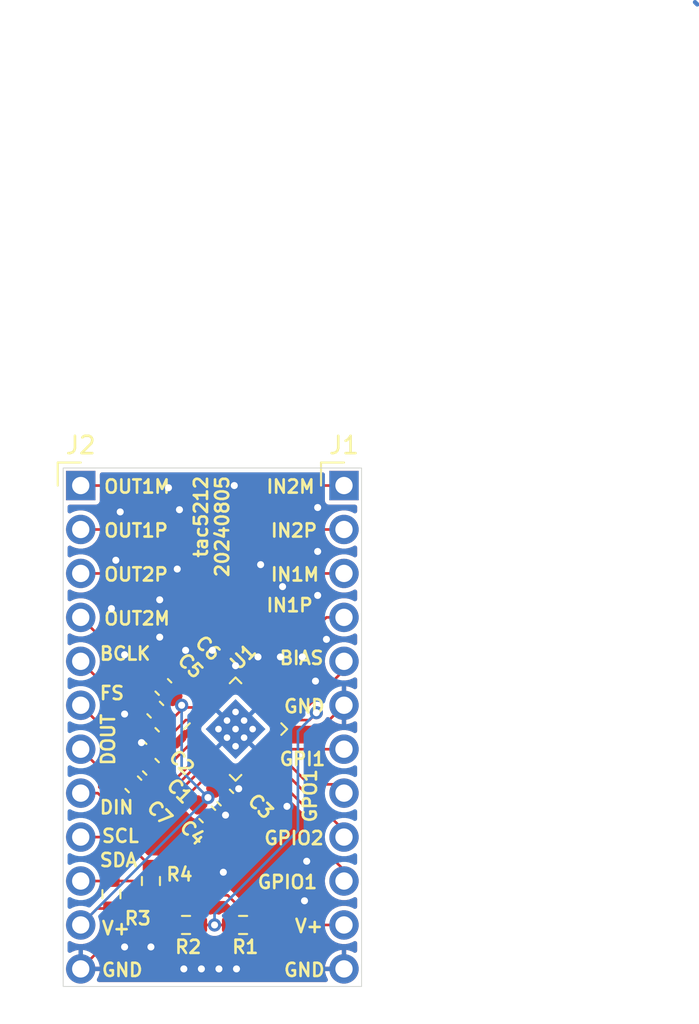
<source format=kicad_pcb>
(kicad_pcb (version 20240108) (generator "pcbnew") (generator_version "8.0")
  (title_block (title "noise"))
  (layers (0 "F.Cu" signal "Top") (31 "B.Cu" signal "Bottom") (34 "B.Paste" user) (35 "F.Paste" user) (36 "B.SilkS" user "B.Silkscreen") (37 "F.SilkS" user "F.Silkscreen") (38 "B.Mask" user) (39 "F.Mask" user) (44 "Edge.Cuts" user))
  (net 0 "")
  (net 1 "GND")
  (net 2 "BAT+")
  (net 3 "/IN1M")
  (net 4 "/IN2P")
  (net 5 "/GPIO1")
  (net 6 "/IN2M")
  (net 7 "/MICBIAS")
  (net 8 "/GPI1")
  (net 9 "/GPO1")
  (net 10 "/IN1P")
  (net 11 "/BCLK")
  (net 12 "/OUT1P")
  (net 13 "/SCL")
  (net 14 "/FSYNC")
  (net 15 "/OUT1M")
  (net 16 "/DIN")
  (net 17 "/OUT2P")
  (net 18 "/OUT2M")
  (net 19 "/DOUT")
  (net 20 "/SDA")
  (net 21 "Net-(U1-DREG)")
  (net 22 "Net-(U1-VREF)")
  (net 23 "/GPIO2")
  (net 24 "Net-(U1-ADDR)")
  (footprint "Capacitor_SMD:C_0603_1608Metric" (layer "F.Cu") (at 88.138 94.234 135)
    (property "Reference" "C5" (at 0.35921 3.232892 -45) (layer "F.SilkS") (effects (font (size 0.762 0.762) (thickness 0.1524) (bold yes))))
    (property "Value" "10uF")
    (fp_line (start -0.140581 -0.51) (end 0.140581 -0.51) (stroke (width 0.12)) (layer "F.SilkS"))
    (fp_line (start -0.140581 0.51) (end 0.140581 0.51) (stroke (width 0.12)) (layer "F.SilkS"))
    (pad "1" smd roundrect (at -0.775 0 135) (size 0.9 0.95) (layers "F.Cu" "F.Paste" "F.Mask") (net 2 "BAT+"))
    (pad "2" smd roundrect (at 0.775 0 135) (size 0.9 0.95) (layers "F.Cu" "F.Paste" "F.Mask") (net 1 "GND"))
  )
  (footprint "Connector_PinHeader_2.54mm:PinHeader_1x12_P2.54mm_Vertical" (layer "F.Cu") (at 99.06 81.28)
    (property "Reference" "J1" (at 0 -2.33 0) (layer "F.SilkS"))
    (property "Value" "Conn_01x12")
    (fp_line (start -1.33 -1.33) (end 0 -1.33) (stroke (width 0.12)) (layer "F.SilkS"))
    (fp_line (start -1.33 0) (end -1.33 -1.33) (stroke (width 0.12)) (layer "F.SilkS"))
    (pad "1" thru_hole rect (at 0 0) (size 1.7 1.7) (drill 1) (layers "*.Cu" "*.Mask") (net 6 "/IN2M"))
    (pad "2" thru_hole oval (at 0 2.54) (size 1.7 1.7) (drill 1) (layers "*.Cu" "*.Mask") (net 4 "/IN2P"))
    (pad "3" thru_hole oval (at 0 5.08) (size 1.7 1.7) (drill 1) (layers "*.Cu" "*.Mask") (net 3 "/IN1M"))
    (pad "4" thru_hole oval (at 0 7.62) (size 1.7 1.7) (drill 1) (layers "*.Cu" "*.Mask") (net 10 "/IN1P"))
    (pad "5" thru_hole oval (at 0 10.16) (size 1.7 1.7) (drill 1) (layers "*.Cu" "*.Mask") (net 7 "/MICBIAS"))
    (pad "6" thru_hole oval (at 0 12.7) (size 1.7 1.7) (drill 1) (layers "*.Cu" "*.Mask") (net 1 "GND"))
    (pad "7" thru_hole oval (at 0 15.24) (size 1.7 1.7) (drill 1) (layers "*.Cu" "*.Mask") (net 8 "/GPI1"))
    (pad "8" thru_hole oval (at 0 17.78) (size 1.7 1.7) (drill 1) (layers "*.Cu" "*.Mask") (net 9 "/GPO1"))
    (pad "9" thru_hole oval (at 0 20.32) (size 1.7 1.7) (drill 1) (layers "*.Cu" "*.Mask") (net 23 "/GPIO2"))
    (pad "10" thru_hole oval (at 0 22.86) (size 1.7 1.7) (drill 1) (layers "*.Cu" "*.Mask") (net 5 "/GPIO1"))
    (pad "11" thru_hole oval (at 0 25.4) (size 1.7 1.7) (drill 1) (layers "*.Cu" "*.Mask") (net 2 "BAT+"))
    (pad "12" thru_hole oval (at 0 27.94) (size 1.7 1.7) (drill 1) (layers "*.Cu" "*.Mask") (net 1 "GND"))
  )
  (footprint "Resistor_SMD:R_0603_1608Metric" (layer "F.Cu") (at 87.884 104.14 -90)
    (property "Reference" "R4" (at -0.381 -1.651 180) (layer "F.SilkS") (effects (font (size 0.762 0.762) (thickness 0.1524) (bold yes))))
    (property "Value" "R_US")
    (fp_line (start -0.237258 0.5225) (end 0.237258 0.5225) (stroke (width 0.12)) (layer "F.SilkS"))
    (fp_line (start -0.237258 -0.5225) (end 0.237258 -0.5225) (stroke (width 0.12)) (layer "F.SilkS"))
    (pad "1" smd roundrect (at -0.825 0 270) (size 0.8 0.95) (layers "F.Cu" "F.Paste" "F.Mask") (net 13 "/SCL"))
    (pad "2" smd roundrect (at 0.825 0 270) (size 0.8 0.95) (layers "F.Cu" "F.Paste" "F.Mask") (net 2 "BAT+"))
  )
  (footprint "Capacitor_SMD:C_0603_1608Metric" (layer "F.Cu") (at 88.605992 92.923992 135)
    (property "Reference" "C6" (at -0.236185 3.412497 -45) (layer "F.SilkS") (effects (font (size 0.762 0.762) (thickness 0.1524) (bold yes))))
    (property "Value" "0.1uF")
    (fp_line (start -0.140581 -0.51) (end 0.140581 -0.51) (stroke (width 0.12)) (layer "F.SilkS"))
    (fp_line (start -0.140581 0.51) (end 0.140581 0.51) (stroke (width 0.12)) (layer "F.SilkS"))
    (pad "1" smd roundrect (at -0.775 0 135) (size 0.9 0.95) (layers "F.Cu" "F.Paste" "F.Mask") (net 2 "BAT+"))
    (pad "2" smd roundrect (at 0.775 0 135) (size 0.9 0.95) (layers "F.Cu" "F.Paste" "F.Mask") (net 1 "GND"))
  )
  (footprint "Capacitor_SMD:C_0603_1608Metric" (layer "F.Cu") (at 86.868 98.552 -45)
    (property "Reference" "C7" (at 2.245064 0.089803 135) (layer "F.SilkS") (effects (font (size 0.762 0.762) (thickness 0.1524) (bold yes))))
    (property "Value" "0.1uF")
    (fp_line (start -0.140581 0.51) (end 0.140581 0.51) (stroke (width 0.12)) (layer "F.SilkS"))
    (fp_line (start -0.140581 -0.51) (end 0.140581 -0.51) (stroke (width 0.12)) (layer "F.SilkS"))
    (pad "1" smd roundrect (at -0.775 0 315) (size 0.9 0.95) (layers "F.Cu" "F.Paste" "F.Mask") (net 1 "GND"))
    (pad "2" smd roundrect (at 0.775 0 315) (size 0.9 0.95) (layers "F.Cu" "F.Paste" "F.Mask") (net 21 "Net-(U1-DREG)"))
  )
  (footprint "Capacitor_SMD:C_0603_1608Metric" (layer "F.Cu") (at 92.189 99.314 -45)
    (property "Reference" "C3" (at 1.805244 -1.086823 135) (layer "F.SilkS") (effects (font (size 0.762 0.762) (thickness 0.1524) (bold yes))))
    (property "Value" "10uF")
    (fp_line (start -0.140581 0.51) (end 0.140581 0.51) (stroke (width 0.12)) (layer "F.SilkS"))
    (fp_line (start -0.140581 -0.51) (end 0.140581 -0.51) (stroke (width 0.12)) (layer "F.SilkS"))
    (pad "1" smd roundrect (at -0.775 0 315) (size 0.9 0.95) (layers "F.Cu" "F.Paste" "F.Mask") (net 2 "BAT+"))
    (pad "2" smd roundrect (at 0.775 0 315) (size 0.9 0.95) (layers "F.Cu" "F.Paste" "F.Mask") (net 1 "GND"))
  )
  (footprint "Resistor_SMD:R_0603_1608Metric" (layer "F.Cu") (at 85.598 104.902 -90)
    (property "Reference" "R3" (at 1.397 -1.524 180) (layer "F.SilkS") (effects (font (size 0.762 0.762) (thickness 0.1524) (bold yes))))
    (property "Value" "R_US")
    (fp_line (start -0.237258 0.5225) (end 0.237258 0.5225) (stroke (width 0.12)) (layer "F.SilkS"))
    (fp_line (start -0.237258 -0.5225) (end 0.237258 -0.5225) (stroke (width 0.12)) (layer "F.SilkS"))
    (pad "1" smd roundrect (at -0.825 0 270) (size 0.8 0.95) (layers "F.Cu" "F.Paste" "F.Mask") (net 20 "/SDA"))
    (pad "2" smd roundrect (at 0.825 0 270) (size 0.8 0.95) (layers "F.Cu" "F.Paste" "F.Mask") (net 2 "BAT+"))
  )
  (footprint "Capacitor_SMD:C_0603_1608Metric" (layer "F.Cu") (at 91.145992 100.289992 -45)
    (property "Reference" "C4" (at 0.146382 1.347038 135) (layer "F.SilkS") (effects (font (size 0.762 0.762) (thickness 0.1524) (bold yes))))
    (property "Value" "0.1uF")
    (fp_line (start -0.140581 0.51) (end 0.140581 0.51) (stroke (width 0.12)) (layer "F.SilkS"))
    (fp_line (start -0.140581 -0.51) (end 0.140581 -0.51) (stroke (width 0.12)) (layer "F.SilkS"))
    (pad "1" smd roundrect (at -0.775 0 315) (size 0.9 0.95) (layers "F.Cu" "F.Paste" "F.Mask") (net 2 "BAT+"))
    (pad "2" smd roundrect (at 0.775 0 315) (size 0.9 0.95) (layers "F.Cu" "F.Paste" "F.Mask") (net 1 "GND"))
  )
  (footprint "Resistor_SMD:R_0603_1608Metric" (layer "F.Cu") (at 93.218 106.68)
    (property "Reference" "R1" (at 0.127 1.27 0) (layer "F.SilkS") (effects (font (size 0.762 0.762) (thickness 0.1524) (bold yes))))
    (property "Value" "R_US")
    (fp_line (start -0.237258 -0.5225) (end 0.237258 -0.5225) (stroke (width 0.12)) (layer "F.SilkS"))
    (fp_line (start -0.237258 0.5225) (end 0.237258 0.5225) (stroke (width 0.12)) (layer "F.SilkS"))
    (pad "1" smd roundrect (at -0.825 0) (size 0.8 0.95) (layers "F.Cu" "F.Paste" "F.Mask") (net 24 "Net-(U1-ADDR)"))
    (pad "2" smd roundrect (at 0.825 0) (size 0.8 0.95) (layers "F.Cu" "F.Paste" "F.Mask") (net 2 "BAT+"))
  )
  (footprint "...timc:VQFN-24-1EP_4x4mm_P0.5mm_EP2.45x2.45mm_ThermalVias" (layer "F.Cu") (at 92.782571 95.357553 45)
    (property "Reference" "U1" (at 3.257628 -2.641839 45) (layer "F.SilkS") (effects (font (size 0.762 0.762) (thickness 0.1524) (bold yes))))
    (property "Value" "TAC5212")
    (fp_line (start -1.635 -2.11) (end -2.11 -2.11) (stroke (width 0.12)) (layer "F.SilkS"))
    (fp_line (start 1.635 -2.11) (end 2.11 -2.11) (stroke (width 0.12)) (layer "F.SilkS"))
    (fp_line (start 2.11 -2.11) (end 2.11 -1.635) (stroke (width 0.12)) (layer "F.SilkS"))
    (fp_line (start -2.11 2.11) (end -2.11 1.635) (stroke (width 0.12)) (layer "F.SilkS"))
    (fp_line (start -1.635 2.11) (end -2.11 2.11) (stroke (width 0.12)) (layer "F.SilkS"))
    (fp_line (start 1.635 2.11) (end 2.11 2.11) (stroke (width 0.12)) (layer "F.SilkS"))
    (fp_line (start 2.11 2.11) (end 2.11 1.635) (stroke (width 0.12)) (layer "F.SilkS"))
    (pad "1" smd roundrect (at -1.9875 -1.25 45) (size 0.775 0.25) (layers "F.Cu" "F.Paste" "F.Mask") (net 21 "Net-(U1-DREG)"))
    (pad "2" smd roundrect (at -1.9875 -0.75 45) (size 0.775 0.25) (layers "F.Cu" "F.Paste" "F.Mask") (net 11 "/BCLK"))
    (pad "3" smd roundrect (at -1.9875 -0.25 45) (size 0.775 0.25) (layers "F.Cu" "F.Paste" "F.Mask") (net 14 "/FSYNC"))
    (pad "4" smd roundrect (at -1.9875 0.25 45) (size 0.775 0.25) (layers "F.Cu" "F.Paste" "F.Mask") (net 19 "/DOUT"))
    (pad "5" smd roundrect (at -1.9875 0.75 45) (size 0.775 0.25) (layers "F.Cu" "F.Paste" "F.Mask") (net 16 "/DIN"))
    (pad "6" smd roundrect (at -1.9875 1.25 45) (size 0.775 0.25) (layers "F.Cu" "F.Paste" "F.Mask") (net 2 "BAT+"))
    (pad "7" smd roundrect (at -1.25 1.9875 45) (size 0.25 0.775) (layers "F.Cu" "F.Paste" "F.Mask") (net 13 "/SCL"))
    (pad "8" smd roundrect (at -0.75 1.9875 45) (size 0.25 0.775) (layers "F.Cu" "F.Paste" "F.Mask") (net 20 "/SDA"))
    (pad "9" smd roundrect (at -0.25 1.9875 45) (size 0.25 0.775) (layers "F.Cu" "F.Paste" "F.Mask") (net 5 "/GPIO1"))
    (pad "10" smd roundrect (at 0.25 1.9875 45) (size 0.25 0.775) (layers "F.Cu" "F.Paste" "F.Mask") (net 23 "/GPIO2"))
    (pad "11" smd roundrect (at 0.75 1.9875 45) (size 0.25 0.775) (layers "F.Cu" "F.Paste" "F.Mask") (net 9 "/GPO1"))
    (pad "12" smd roundrect (at 1.25 1.9875 45) (size 0.25 0.775) (layers "F.Cu" "F.Paste" "F.Mask") (net 8 "/GPI1"))
    (pad "13" smd roundrect (at 1.9875 1.25 45) (size 0.775 0.25) (layers "F.Cu" "F.Paste" "F.Mask") (net 24 "Net-(U1-ADDR)"))
    (pad "14" smd roundrect (at 1.9875 0.75 45) (size 0.775 0.25) (layers "F.Cu" "F.Paste" "F.Mask") (net 7 "/MICBIAS"))
    (pad "15" smd roundrect (at 1.9875 0.25 45) (size 0.775 0.25) (layers "F.Cu" "F.Paste" "F.Mask") (net 10 "/IN1P"))
    (pad "16" smd roundrect (at 1.9875 -0.25 45) (size 0.775 0.25) (layers "F.Cu" "F.Paste" "F.Mask") (net 3 "/IN1M"))
    (pad "17" smd roundrect (at 1.9875 -0.75 45) (size 0.775 0.25) (layers "F.Cu" "F.Paste" "F.Mask") (net 4 "/IN2P"))
    (pad "18" smd roundrect (at 1.9875 -1.25 45) (size 0.775 0.25) (layers "F.Cu" "F.Paste" "F.Mask") (net 6 "/IN2M"))
    (pad "19" smd roundrect (at 1.25 -1.9875 45) (size 0.25 0.775) (layers "F.Cu" "F.Paste" "F.Mask") (net 15 "/OUT1M"))
    (pad "20" smd roundrect (at 0.75 -1.9875 45) (size 0.25 0.775) (layers "F.Cu" "F.Paste" "F.Mask") (net 12 "/OUT1P"))
    (pad "21" smd roundrect (at 0.25 -1.9875 45) (size 0.25 0.775) (layers "F.Cu" "F.Paste" "F.Mask") (net 17 "/OUT2P"))
    (pad "22" smd roundrect (at -0.25 -1.9875 45) (size 0.25 0.775) (layers "F.Cu" "F.Paste" "F.Mask") (net 18 "/OUT2M"))
    (pad "23" smd roundrect (at -0.75 -1.9875 45) (size 0.25 0.775) (layers "F.Cu" "F.Paste" "F.Mask") (net 2 "BAT+"))
    (pad "24" smd roundrect (at -1.25 -1.9875 45) (size 0.25 0.775) (layers "F.Cu" "F.Paste" "F.Mask") (net 22 "Net-(U1-VREF)"))
    (pad "25" thru_hole circle (at -0.7 -0.7 45) (size 0.762 0.762) (drill 0.381) (layers "*.Cu") (net 1 "GND"))
    (pad "25" thru_hole circle (at -0.7 0 45) (size 0.762 0.762) (drill 0.381) (layers "*.Cu") (net 1 "GND"))
    (pad "25" thru_hole circle (at -0.7 0.7 45) (size 0.762 0.762) (drill 0.381) (layers "*.Cu") (net 1 "GND"))
    (pad "25" thru_hole circle (at 0 -0.7 45) (size 0.762 0.762) (drill 0.381) (layers "*.Cu") (net 1 "GND"))
    (pad "25" thru_hole circle (at 0 0 45) (size 0.762 0.762) (drill 0.381) (layers "*.Cu") (net 1 "GND"))
    (pad "25" smd rect (at 0 0 45) (size 2.1 2.1) (layers "F.Cu" "F.Mask") (net 1 "GND"))
    (pad "25" smd rect (at 0 0 45) (size 2.45 2.45) (layers "B.Cu") (net 1 "GND"))
    (pad "25" thru_hole circle (at 0 0.7 45) (size 0.762 0.762) (drill 0.381) (layers "*.Cu") (net 1 "GND"))
    (pad "25" thru_hole circle (at 0.7 -0.7 45) (size 0.762 0.762) (drill 0.381) (layers "*.Cu") (net 1 "GND"))
    (pad "25" thru_hole circle (at 0.7 0 45) (size 0.762 0.762) (drill 0.381) (layers "*.Cu") (net 1 "GND"))
    (pad "25" thru_hole circle (at 0.7 0.7 45) (size 0.762 0.762) (drill 0.381) (layers "*.Cu") (net 1 "GND"))
    (pad "A1" smd roundrect (at -1.72 -1.72 45) (size 0.25 0.25) (layers "F.Cu" "F.Paste" "F.Mask") (net 1 "GND"))
    (pad "A2" smd roundrect (at -1.72 1.72 45) (size 0.25 0.25) (layers "F.Cu" "F.Paste" "F.Mask") (net 1 "GND"))
    (pad "A3" smd roundrect (at 1.72 1.72 45) (size 0.25 0.25) (layers "F.Cu" "F.Paste" "F.Mask") (net 1 "GND"))
    (pad "A4" smd roundrect (at 1.72 -1.72 45) (size 0.25 0.25) (layers "F.Cu" "F.Paste" "F.Mask") (net 1 "GND"))
  )
  (footprint "Resistor_SMD:R_0603_1608Metric" (layer "F.Cu") (at 89.916 106.68)
    (property "Reference" "R2" (at 0.127 1.27 0) (layer "F.SilkS") (effects (font (size 0.762 0.762) (thickness 0.1524) (bold yes))))
    (property "Value" "R_US")
    (fp_line (start -0.237258 -0.5225) (end 0.237258 -0.5225) (stroke (width 0.12)) (layer "F.SilkS"))
    (fp_line (start -0.237258 0.5225) (end 0.237258 0.5225) (stroke (width 0.12)) (layer "F.SilkS"))
    (pad "1" smd roundrect (at -0.825 0) (size 0.8 0.95) (layers "F.Cu" "F.Paste" "F.Mask") (net 1 "GND"))
    (pad "2" smd roundrect (at 0.825 0) (size 0.8 0.95) (layers "F.Cu" "F.Paste" "F.Mask") (net 24 "Net-(U1-ADDR)"))
  )
  (footprint "Capacitor_SMD:C_0603_1608Metric" (layer "F.Cu") (at 87.884 97.536 -45)
    (property "Reference" "C1" (at 2.155261 -0.179605 135) (layer "F.SilkS") (effects (font (size 0.762 0.762) (thickness 0.1524) (bold yes))))
    (property "Value" "10uF")
    (fp_line (start -0.140581 0.51) (end 0.140581 0.51) (stroke (width 0.12)) (layer "F.SilkS"))
    (fp_line (start -0.140581 -0.51) (end 0.140581 -0.51) (stroke (width 0.12)) (layer "F.SilkS"))
    (pad "1" smd roundrect (at -0.775 0 315) (size 0.9 0.95) (layers "F.Cu" "F.Paste" "F.Mask") (net 1 "GND"))
    (pad "2" smd roundrect (at 0.775 0 315) (size 0.9 0.95) (layers "F.Cu" "F.Paste" "F.Mask") (net 21 "Net-(U1-DREG)"))
  )
  (footprint "Connector_PinHeader_2.54mm:PinHeader_1x12_P2.54mm_Vertical" (layer "F.Cu") (at 83.82 81.28)
    (property "Reference" "J2" (at 0 -2.33 0) (layer "F.SilkS"))
    (property "Value" "Conn_01x12")
    (fp_line (start -1.33 -1.33) (end 0 -1.33) (stroke (width 0.12)) (layer "F.SilkS"))
    (fp_line (start -1.33 0) (end -1.33 -1.33) (stroke (width 0.12)) (layer "F.SilkS"))
    (pad "1" thru_hole rect (at 0 0) (size 1.7 1.7) (drill 1) (layers "*.Cu" "*.Mask") (net 15 "/OUT1M"))
    (pad "2" thru_hole oval (at 0 2.54) (size 1.7 1.7) (drill 1) (layers "*.Cu" "*.Mask") (net 12 "/OUT1P"))
    (pad "3" thru_hole oval (at 0 5.08) (size 1.7 1.7) (drill 1) (layers "*.Cu" "*.Mask") (net 17 "/OUT2P"))
    (pad "4" thru_hole oval (at 0 7.62) (size 1.7 1.7) (drill 1) (layers "*.Cu" "*.Mask") (net 18 "/OUT2M"))
    (pad "5" thru_hole oval (at 0 10.16) (size 1.7 1.7) (drill 1) (layers "*.Cu" "*.Mask") (net 11 "/BCLK"))
    (pad "6" thru_hole oval (at 0 12.7) (size 1.7 1.7) (drill 1) (layers "*.Cu" "*.Mask") (net 14 "/FSYNC"))
    (pad "7" thru_hole oval (at 0 15.24) (size 1.7 1.7) (drill 1) (layers "*.Cu" "*.Mask") (net 19 "/DOUT"))
    (pad "8" thru_hole oval (at 0 17.78) (size 1.7 1.7) (drill 1) (layers "*.Cu" "*.Mask") (net 16 "/DIN"))
    (pad "9" thru_hole oval (at 0 20.32) (size 1.7 1.7) (drill 1) (layers "*.Cu" "*.Mask") (net 13 "/SCL"))
    (pad "10" thru_hole oval (at 0 22.86) (size 1.7 1.7) (drill 1) (layers "*.Cu" "*.Mask") (net 20 "/SDA"))
    (pad "11" thru_hole oval (at 0 25.4) (size 1.7 1.7) (drill 1) (layers "*.Cu" "*.Mask") (net 2 "BAT+"))
    (pad "12" thru_hole oval (at 0 27.94) (size 1.7 1.7) (drill 1) (layers "*.Cu" "*.Mask") (net 1 "GND"))
  )
  (footprint "Capacitor_SMD:C_0603_1608Metric" (layer "F.Cu") (at 87.884 95.758 -45)
    (property "Reference" "C2" (at 2.334867 -0.179605 135) (layer "F.SilkS") (effects (font (size 0.762 0.762) (thickness 0.1524) (bold yes))))
    (property "Value" "1uF")
    (fp_line (start -0.140581 0.51) (end 0.140581 0.51) (stroke (width 0.12)) (layer "F.SilkS"))
    (fp_line (start -0.140581 -0.51) (end 0.140581 -0.51) (stroke (width 0.12)) (layer "F.SilkS"))
    (pad "1" smd roundrect (at -0.775 0 315) (size 0.9 0.95) (layers "F.Cu" "F.Paste" "F.Mask") (net 1 "GND"))
    (pad "2" smd roundrect (at 0.775 0 315) (size 0.9 0.95) (layers "F.Cu" "F.Paste" "F.Mask") (net 22 "Net-(U1-VREF)"))
  )
  (gr_rect (start 82.804 80.264) (end 100.076 110.236) (stroke (width 0.05)) (fill none) (layer "Edge.Cuts"))
  (gr_text "GPIO2" (at 94.361 102.108 0) (layer "F.SilkS") (effects (font (size 0.762 0.762) (thickness 0.1524) (bold yes)) (justify left bottom)))
  (gr_text "GND" (at 95.504 94.488 0) (layer "F.SilkS") (effects (font (size 0.762 0.762) (thickness 0.1524) (bold yes)) (justify left bottom)))
  (gr_text "OUT1P" (at 85.09 84.328 0) (layer "F.SilkS") (effects (font (size 0.762 0.762) (thickness 0.1524) (bold yes)) (justify left bottom)))
  (gr_text "DOUT" (at 85.852 97.536 90) (layer "F.SilkS") (effects (font (size 0.762 0.762) (thickness 0.1524) (bold yes)) (justify left bottom)))
  (gr_text "GND" (at 84.963 109.728 0) (layer "F.SilkS") (effects (font (size 0.762 0.762) (thickness 0.1524) (bold yes)) (justify left bottom)))
  (gr_text "IN2P" (at 94.742 84.328 0) (layer "F.SilkS") (effects (font (size 0.762 0.762) (thickness 0.1524) (bold yes)) (justify left bottom)))
  (gr_text "V+" (at 96.139 107.188 0) (layer "F.SilkS") (effects (font (size 0.762 0.762) (thickness 0.1524) (bold yes)) (justify left bottom)))
  (gr_text "OUT1M" (at 85.09 81.788 0) (layer "F.SilkS") (effects (font (size 0.762 0.762) (thickness 0.1524) (bold yes)) (justify left bottom)))
  (gr_text "DIN" (at 84.836 100.33 0) (layer "F.SilkS") (effects (font (size 0.762 0.762) (thickness 0.1524) (bold yes)) (justify left bottom)))
  (gr_text "OUT2M" (at 85.09 89.408 0) (layer "F.SilkS") (effects (font (size 0.762 0.762) (thickness 0.1524) (bold yes)) (justify left bottom)))
  (gr_text "IN1M" (at 94.742 86.868 0) (layer "F.SilkS") (effects (font (size 0.762 0.762) (thickness 0.1524) (bold yes)) (justify left bottom)))
  (gr_text "GPI1" (at 95.25 97.536 0) (layer "F.SilkS") (effects (font (size 0.762 0.762) (thickness 0.1524) (bold yes)) (justify left bottom)))
  (gr_text "GPIO1" (at 93.98 104.648 0) (layer "F.SilkS") (effects (font (size 0.762 0.762) (thickness 0.1524) (bold yes)) (justify left bottom)))
  (gr_text "IN1P" (at 94.488 88.646 0) (layer "F.SilkS") (effects (font (size 0.762 0.762) (thickness 0.1524) (bold yes)) (justify left bottom)))
  (gr_text "SCL" (at 84.963 101.981 0) (layer "F.SilkS") (effects (font (size 0.762 0.762) (thickness 0.1524) (bold yes)) (justify left bottom)))
  (gr_text "FS" (at 84.836 93.726 0) (layer "F.SilkS") (effects (font (size 0.762 0.762) (thickness 0.1524) (bold yes)) (justify left bottom)))
  (gr_text "BIAS" (at 95.25 91.694 0) (layer "F.SilkS") (effects (font (size 0.762 0.762) (thickness 0.1524) (bold yes)) (justify left bottom)))
  (gr_text "BCLK" (at 84.836 91.44 0) (layer "F.SilkS") (effects (font (size 0.762 0.762) (thickness 0.1524) (bold yes)) (justify left bottom)))
  (gr_text "GND" (at 95.504 109.728 0) (layer "F.SilkS") (effects (font (size 0.762 0.762) (thickness 0.1524) (bold yes)) (justify left bottom)))
  (gr_text "IN2M" (at 94.488 81.788 0) (layer "F.SilkS") (effects (font (size 0.762 0.762) (thickness 0.1524) (bold yes)) (justify left bottom)))
  (gr_text "OUT2P" (at 85.09 86.868 0) (layer "F.SilkS") (effects (font (size 0.762 0.762) (thickness 0.1524) (bold yes)) (justify left bottom)))
  (gr_text "V+" (at 84.963 107.315 0) (layer "F.SilkS") (effects (font (size 0.762 0.762) (thickness 0.1524) (bold yes)) (justify left bottom)))
  (gr_text "tac5212\n20240805" (at 92.456 80.645 90) (layer "F.SilkS") (effects (font (size 0.762 0.762) (thickness 0.1524) (bold yes)) (justify right bottom)))
  (gr_text "SDA" (at 84.836 103.378 0) (layer "F.SilkS") (effects (font (size 0.762 0.762) (thickness 0.1524) (bold yes)) (justify left bottom)))
  (gr_text "GPO1" (at 97.536 100.838 90) (layer "F.SilkS") (effects (font (size 0.762 0.762) (thickness 0.1524) (bold yes)) (justify left bottom)))
  (segment (start 119.38 53.34) (end 119.507 53.467) (width 0.254) (layer "B.Cu") (net 0))
  (segment (start 92.782571 97.79) (end 92.782571 98.624571) (width 0.1524) (layer "F.Cu") (net 1))
  (segment (start 89.789 95.908702) (end 89.789 95.631) (width 0.1524) (layer "F.Cu") (net 1))
  (segment (start 97.682447 95.357553) (end 99.06 93.98) (width 0.1524) (layer "F.Cu") (net 1))
  (segment (start 88.23085 97.099892) (end 88.11895 96.987992) (width 0.1524) (layer "F.Cu") (net 1))
  (segment (start 92.782571 81.352571) (end 92.71 81.28) (width 0.1524) (layer "F.Cu") (net 1))
  (segment (start 87.335992 94.020008) (end 87.589992 93.766008) (width 0.1524) (layer "F.Cu") (net 1))
  (segment (start 88.057984 93.218) (end 87.589992 93.685992) (width 0.1524) (layer "F.Cu") (net 1))
  (segment (start 99.06 93.98) (end 99.06 93.472) (width 0.1524) (layer "F.Cu") (net 1))
  (segment (start 88.23085 97.099892) (end 88.59781 97.099892) (width 0.1524) (layer "F.Cu") (net 1))
  (segment (start 87.335992 96.139) (end 87.335992 94.020008) (width 0.1524) (layer "F.Cu") (net 1))
  (segment (start 92.782571 98.987429) (end 92.782571 99.816445) (width 0.1524) (layer "F.Cu") (net 1))
  (segment (start 88.057984 92.375984) (end 88.057984 93.218) (width 0.1524) (layer "F.Cu") (net 1))
  (segment (start 92.782571 99.816445) (end 92.737008 99.862008) (width 0.1524) (layer "F.Cu") (net 1))
  (segment (start 88.11895 96.987992) (end 87.335992 96.987992) (width 0.1524) (layer "F.Cu") (net 1))
  (segment (start 87.335992 96.139) (end 87.335992 96.987992) (width 0.1524) (layer "F.Cu") (net 1))
  (segment (start 89.091 106.68) (end 86.36 106.68) (width 0.1524) (layer "F.Cu") (net 1))
  (segment (start 92.669992 99.862008) (end 92.202 100.33) (width 0.1524) (layer "F.Cu") (net 1))
  (segment (start 92.782571 92.925106) (end 92.782571 81.352571) (width 0.1524) (layer "F.Cu") (net 1))
  (segment (start 90.062447 95.357553) (end 90.350124 95.357553) (width 0.1524) (layer "F.Cu") (net 1))
  (segment (start 87.589992 93.766008) (end 87.589992 93.685992) (width 0.1524) (layer "F.Cu") (net 1))
  (segment (start 92.964 98.806) (end 92.782571 98.987429) (width 0.1524) (layer "F.Cu") (net 1))
  (segment (start 92.737008 99.862008) (end 92.669992 99.862008) (width 0.1524) (layer "F.Cu") (net 1))
  (segment (start 86.319992 98.003992) (end 87.335992 96.987992) (width 0.1524) (layer "F.Cu") (net 1))
  (segment (start 89.789 95.631) (end 90.062447 95.357553) (width 0.1524) (layer "F.Cu") (net 1))
  (segment (start 95.215018 95.357553) (end 97.682447 95.357553) (width 0.1524) (layer "F.Cu") (net 1))
  (segment (start 88.59781 97.099892) (end 89.789 95.908702) (width 0.1524) (layer "F.Cu") (net 1))
  (segment (start 92.782571 98.624571) (end 92.964 98.806) (width 0.1524) (layer "F.Cu") (net 1))
  (segment (start 92.202 100.33) (end 91.694 100.838) (width 0.1524) (layer "F.Cu") (net 1))
  (segment (start 86.36 106.68) (end 83.82 109.22) (width 0.1524) (layer "F.Cu") (net 1))
  (via (at 95.758 99.822) (size 0.762) (drill 0.4064) (layers "F.Cu" "B.Cu") (net 1))
  (via (at 89.408 86.106) (size 0.762) (drill 0.4064) (layers "F.Cu" "B.Cu") (net 1))
  (via (at 86.36 107.95) (size 0.762) (drill 0.4064) (layers "F.Cu" "B.Cu") (net 1))
  (via (at 91.44 90.805) (size 0.762) (drill 0.4064) (layers "F.Cu" "B.Cu") (net 1))
  (via (at 87.884 107.95) (size 0.762) (drill 0.4064) (layers "F.Cu" "B.Cu") (net 1))
  (via (at 92.837 109.22) (size 0.762) (drill 0.4064) (layers "F.Cu" "B.Cu") (net 1))
  (via (at 92.202 100.33) (size 0.762) (drill 0.4064) (layers "F.Cu" "B.Cu") (net 1))
  (via (at 97.536 82.55) (size 0.762) (drill 0.4064) (layers "F.Cu" "B.Cu") (net 1))
  (via (at 91.821 109.22) (size 0.762) (drill 0.4064) (layers "F.Cu" "B.Cu") (net 1))
  (via (at 89.535 82.677) (size 0.762) (drill 0.4064) (layers "F.Cu" "B.Cu") (net 1))
  (via (at 92.964 98.806) (size 0.762) (drill 0.4064) (layers "F.Cu" "B.Cu") (net 1))
  (via (at 86.36 91.059) (size 0.762) (drill 0.4064) (layers "F.Cu" "B.Cu") (net 1))
  (via (at 85.598 88.392) (size 0.762) (drill 0.4064) (layers "F.Cu" "B.Cu") (net 1))
  (via (at 86.36 94.488) (size 0.762) (drill 0.4064) (layers "F.Cu" "B.Cu") (net 1))
  (via (at 95.504 87.122) (size 0.762) (drill 0.4064) (layers "F.Cu" "B.Cu") (net 1))
  (via (at 87.335992 96.139) (size 0.762) (drill 0.4064) (layers "F.Cu" "B.Cu") (net 1))
  (via (at 85.852 85.598) (size 0.762) (drill 0.4064) (layers "F.Cu" "B.Cu") (net 1))
  (via (at 97.536 85.09) (size 0.762) (drill 0.4064) (layers "F.Cu" "B.Cu") (net 1))
  (via (at 88.9 81.407) (size 0.762) (drill 0.4064) (layers "F.Cu" "B.Cu") (net 1))
  (via (at 94.0816 91.186) (size 0.762) (drill 0.4064) (layers "F.Cu" "B.Cu") (net 1))
  (via (at 89.789 109.22) (size 0.762) (drill 0.4064) (layers "F.Cu" "B.Cu") (net 1))
  (via (at 97.536 87.63) (size 0.762) (drill 0.4064) (layers "F.Cu" "B.Cu") (net 1))
  (via (at 90.805 109.22) (size 0.762) (drill 0.4064) (layers "F.Cu" "B.Cu") (net 1))
  (via (at 96.774 105.283) (size 0.762) (drill 0.4064) (layers "F.Cu" "B.Cu") (net 1))
  (via (at 94.234 85.852) (size 0.762) (drill 0.4064) (layers "F.Cu" "B.Cu") (net 1))
  (via (at 86.106 82.804) (size 0.762) (drill 0.4064) (layers "F.Cu" "B.Cu") (net 1))
  (via (at 97.409 92.583) (size 0.762) (drill 0.4064) (layers "F.Cu" "B.Cu") (net 1))
  (via (at 95.377 91.186) (size 0.762) (drill 0.4064) (layers "F.Cu" "B.Cu") (net 1))
  (via (at 92.075 103.632) (size 0.762) (drill 0.4064) (layers "F.Cu" "B.Cu") (net 1))
  (via (at 88.392 90.043) (size 0.762) (drill 0.4064) (layers "F.Cu" "B.Cu") (net 1))
  (via (at 88.392 87.884) (size 0.762) (drill 0.4064) (layers "F.Cu" "B.Cu") (net 1))
  (via (at 92.782571 91.694) (size 0.762) (drill 0.4064) (layers "F.Cu" "B.Cu") (net 1))
  (via (at 98.044 90.17) (size 0.762) (drill 0.4064) (layers "F.Cu" "B.Cu") (net 1))
  (via (at 96.647 91.186) (size 0.762) (drill 0.4064) (layers "F.Cu" "B.Cu") (net 1))
  (via (at 89.8906 90.805) (size 0.762) (drill 0.4064) (layers "F.Cu" "B.Cu") (net 1))
  (via (at 92.71 81.28) (size 0.762) (drill 0.4064) (layers "F.Cu" "B.Cu") (net 1))
  (via (at 96.901 102.997) (size 0.762) (drill 0.4064) (layers "F.Cu" "B.Cu") (net 1))
  (segment (start 89.789 94.107) (end 89.113992 94.782008) (width 0.1524) (layer "F.Cu") (net 2))
  (segment (start 91.186 99.314) (end 91.186 99.220984) (width 0.1524) (layer "F.Cu") (net 2))
  (segment (start 84.773 105.727) (end 83.82 106.68) (width 0.1524) (layer "F.Cu") (net 2))
  (segment (start 94.043 106.68) (end 99.06 106.68) (width 0.1524) (layer "F.Cu") (net 2))
  (segment (start 91.186 99.220984) (end 91.640992 98.765992) (width 0.1524) (layer "F.Cu") (net 2))
  (segment (start 91.092984 99.314) (end 91.186 99.314) (width 0.1524) (layer "F.Cu") (net 2))
  (segment (start 91.640992 98.765992) (end 91.640992 98.351008) (width 0.1524) (layer "F.Cu") (net 2))
  (segment (start 92.26108 97.73092) (end 92.26108 97.646811) (width 0.1524) (layer "F.Cu") (net 2))
  (segment (start 87.884 104.965) (end 92.328 104.965) (width 0.1524) (layer "F.Cu") (net 2))
  (segment (start 92.328 104.965) (end 94.043 106.68) (width 0.1524) (layer "F.Cu") (net 2))
  (segment (start 89.662 93.98) (end 89.789 94.107) (width 0.1524) (layer "F.Cu") (net 2))
  (segment (start 89.113992 94.782008) (end 88.686008 94.782008) (width 0.1524) (layer "F.Cu") (net 2))
  (segment (start 90.846866 94.482508) (end 90.471358 94.107) (width 0.1524) (layer "F.Cu") (net 2))
  (segment (start 90.665 99.741984) (end 91.092984 99.314) (width 0.1524) (layer "F.Cu") (net 2))
  (segment (start 90.471358 94.107) (end 89.789 94.107) (width 0.1524) (layer "F.Cu") (net 2))
  (segment (start 86.36 104.965) (end 85.598 105.727) (width 0.1524) (layer "F.Cu") (net 2))
  (segment (start 85.598 105.727) (end 84.773 105.727) (width 0.1524) (layer "F.Cu") (net 2))
  (segment (start 91.640992 98.351008) (end 92.26108 97.73092) (width 0.1524) (layer "F.Cu") (net 2))
  (segment (start 87.884 104.965) (end 86.36 104.965) (width 0.1524) (layer "F.Cu") (net 2))
  (segment (start 90.597984 99.741984) (end 90.665 99.741984) (width 0.1524) (layer "F.Cu") (net 2))
  (segment (start 89.154 93.472) (end 89.662 93.98) (width 0.1524) (layer "F.Cu") (net 2))
  (via (at 91.186 99.314) (size 0.762) (drill 0.4064) (layers "F.Cu" "B.Cu") (net 2))
  (via (at 89.662 93.98) (size 0.762) (drill 0.4064) (layers "F.Cu" "B.Cu") (net 2))
  (segment (start 89.662 97.79) (end 91.186 99.314) (width 0.1524) (layer "B.Cu") (net 2))
  (segment (start 91.186 99.314) (end 83.82 106.68) (width 0.1524) (layer "B.Cu") (net 2))
  (segment (start 89.662 93.98) (end 89.662 97.79) (width 0.1524) (layer "B.Cu") (net 2))
  (segment (start 97.536 86.36) (end 99.06 86.36) (width 0.1524) (layer "F.Cu") (net 3))
  (segment (start 96.012 91.774571) (end 96.012 87.884) (width 0.1524) (layer "F.Cu") (net 3))
  (segment (start 96.012 87.884) (end 97.536 86.36) (width 0.1524) (layer "F.Cu") (net 3))
  (segment (start 94.011169 93.775402) (end 96.012 91.774571) (width 0.1524) (layer "F.Cu") (net 3))
  (segment (start 94.742 86.614) (end 97.536 83.82) (width 0.1524) (layer "F.Cu") (net 4))
  (segment (start 94.742 92.337464) (end 94.742 86.614) (width 0.1524) (layer "F.Cu") (net 4))
  (segment (start 93.657616 93.421848) (end 93.657616 93.358955) (width 0.1524) (layer "F.Cu") (net 4))
  (segment (start 97.536 83.82) (end 99.06 83.82) (width 0.1524) (layer "F.Cu") (net 4))
  (segment (start 93.657616 93.421848) (end 94.742 92.337464) (width 0.1524) (layer "F.Cu") (net 4))
  (segment (start 94.353465 97.282) (end 94.353465 97.401465) (width 0.1524) (layer "F.Cu") (net 5))
  (segment (start 97.79 102.235) (end 99.06 103.505) (width 0.1524) (layer "F.Cu") (net 5))
  (segment (start 94.353465 97.401465) (end 97.79 100.838) (width 0.1524) (layer "F.Cu") (net 5))
  (segment (start 94.011169 96.939704) (end 94.353465 97.282) (width 0.1524) (layer "F.Cu") (net 5))
  (segment (start 97.79 100.838) (end 97.79 102.235) (width 0.1524) (layer "F.Cu") (net 5))
  (segment (start 99.06 103.505) (end 99.06 104.14) (width 0.1524) (layer "F.Cu") (net 5))
  (segment (start 93.367705 93.068295) (end 93.472 92.964) (width 0.1524) (layer "F.Cu") (net 6))
  (segment (start 97.536 81.28) (end 99.06 81.28) (width 0.1524) (layer "F.Cu") (net 6))
  (segment (start 93.472 85.344) (end 97.536 81.28) (width 0.1524) (layer "F.Cu") (net 6))
  (segment (start 93.472 92.964) (end 93.472 85.344) (width 0.1524) (layer "F.Cu") (net 6))
  (segment (start 93.304062 93.068295) (end 93.367705 93.068295) (width 0.1524) (layer "F.Cu") (net 6))
  (segment (start 99.06 91.948) (end 99.06 91.44) (width 0.1524) (layer "F.Cu") (net 7))
  (segment (start 94.718276 94.482508) (end 94.966784 94.234) (width 0.1524) (layer "F.Cu") (net 7))
  (segment (start 96.774 94.234) (end 99.06 91.948) (width 0.1524) (layer "F.Cu") (net 7))
  (segment (start 94.966784 94.234) (end 96.774 94.234) (width 0.1524) (layer "F.Cu") (net 7))
  (segment (start 99.06 95.758) (end 99.06 96.52) (width 0.1524) (layer "F.Cu") (net 8))
  (segment (start 95.712785 96.52) (end 99.06 96.52) (width 0.1524) (layer "F.Cu") (net 8))
  (segment (start 95.071829 95.879044) (end 95.712785 96.52) (width 0.1524) (layer "F.Cu") (net 8))
  (segment (start 97.037678 98.552) (end 98.552 98.552) (width 0.1524) (layer "F.Cu") (net 9))
  (segment (start 94.718276 96.232598) (end 97.037678 98.552) (width 0.1524) (layer "F.Cu") (net 9))
  (segment (start 98.552 98.552) (end 99.06 99.06) (width 0.1524) (layer "F.Cu") (net 9))
  (segment (start 97.282 91.567) (end 97.282 89.662) (width 0.1524) (layer "F.Cu") (net 10))
  (segment (start 94.364722 94.128955) (end 95.402677 93.091) (width 0.1524) (layer "F.Cu") (net 10))
  (segment (start 95.402677 93.091) (end 95.758 93.091) (width 0.1524) (layer "F.Cu") (net 10))
  (segment (start 95.758 93.091) (end 97.282 91.567) (width 0.1524) (layer "F.Cu") (net 10))
  (segment (start 97.282 89.662) (end 98.044 88.9) (width 0.1524) (layer "F.Cu") (net 10))
  (segment (start 98.044 88.9) (end 99.06 88.9) (width 0.1524) (layer "F.Cu") (net 10))
  (segment (start 85.598 97.766298) (end 85.598 93.218) (width 0.1524) (layer "F.Cu") (net 11))
  (segment (start 87.486559 100.076) (end 87.142958 100.076) (width 0.1524) (layer "F.Cu") (net 11))
  (segment (start 90.634092 96.445372) (end 90.634092 96.928467) (width 0.1524) (layer "F.Cu") (net 11))
  (segment (start 87.142958 100.076) (end 85.526108 98.45915) (width 0.1524) (layer "F.Cu") (net 11))
  (segment (start 85.526108 97.83819) (end 85.598 97.766298) (width 0.1524) (layer "F.Cu") (net 11))
  (segment (start 85.598 93.218) (end 83.82 91.44) (width 0.1524) (layer "F.Cu") (net 11))
  (segment (start 90.634092 96.928467) (end 87.486559 100.076) (width 0.1524) (layer "F.Cu") (net 11))
  (segment (start 90.846866 96.232598) (end 90.634092 96.445372) (width 0.1524) (layer "F.Cu") (net 11))
  (segment (start 85.526108 98.45915) (end 85.526108 97.83819) (width 0.1524) (layer "F.Cu") (net 11))
  (segment (start 90.678 89.154) (end 85.344 83.82) (width 0.1524) (layer "F.Cu") (net 12))
  (segment (start 90.678 92.192322) (end 90.678 89.154) (width 0.1524) (layer "F.Cu") (net 12))
  (segment (start 85.344 83.82) (end 83.82 83.82) (width 0.1524) (layer "F.Cu") (net 12))
  (segment (start 91.907526 93.421848) (end 90.678 92.192322) (width 0.1524) (layer "F.Cu") (net 12))
  (segment (start 86.169 101.6) (end 87.884 103.315) (width 0.1524) (layer "F.Cu") (net 13))
  (segment (start 90.243702 103.315) (end 91.826351 101.732351) (width 0.1524) (layer "F.Cu") (net 13))
  (segment (start 93.328811 97.646811) (end 93.798571 98.116571) (width 0.1524) (layer "F.Cu") (net 13))
  (segment (start 93.798571 99.760131) (end 91.826351 101.732351) (width 0.1524) (layer "F.Cu") (net 13))
  (segment (start 91.826351 101.732351) (end 91.715404 101.843298) (width 0.1524) (layer "F.Cu") (net 13))
  (segment (start 93.304062 97.646811) (end 93.328811 97.646811) (width 0.1524) (layer "F.Cu") (net 13))
  (segment (start 83.82 101.6) (end 86.169 101.6) (width 0.1524) (layer "F.Cu") (net 13))
  (segment (start 87.884 103.315) (end 90.243702 103.315) (width 0.1524) (layer "F.Cu") (net 13))
  (segment (start 93.798571 98.116571) (end 93.798571 99.760131) (width 0.1524) (layer "F.Cu") (net 13))
  (segment (start 85.221308 95.381308) (end 83.82 93.98) (width 0.1524) (layer "F.Cu") (net 14))
  (segment (start 87.612811 100.3808) (end 87.016706 100.3808) (width 0.1524) (layer "F.Cu") (net 14))
  (segment (start 91.20042 96.586151) (end 91.20042 96.793191) (width 0.1524) (layer "F.Cu") (net 14))
  (segment (start 85.949906 99.314) (end 85.927452 99.314) (width 0.1524) (layer "F.Cu") (net 14))
  (segment (start 91.20042 96.793191) (end 87.612811 100.3808) (width 0.1524) (layer "F.Cu") (net 14))
  (segment (start 87.016706 100.3808) (end 85.949906 99.314) (width 0.1524) (layer "F.Cu") (net 14))
  (segment (start 85.221308 98.607856) (end 85.221308 95.381308) (width 0.1524) (layer "F.Cu") (net 14))
  (segment (start 85.927452 99.314) (end 85.221308 98.607856) (width 0.1524) (layer "F.Cu") (net 14))
  (segment (start 92.075 92.882215) (end 92.26108 93.068295) (width 0.1524) (layer "F.Cu") (net 15))
  (segment (start 83.82 81.28) (end 86.36 81.28) (width 0.1524) (layer "F.Cu") (net 15))
  (segment (start 92.075 86.995) (end 92.075 92.882215) (width 0.1524) (layer "F.Cu") (net 15))
  (segment (start 86.36 81.28) (end 92.075 86.995) (width 0.1524) (layer "F.Cu") (net 15))
  (segment (start 88.108784 101.092) (end 86.843348 101.092) (width 0.1524) (layer "F.Cu") (net 16))
  (segment (start 84.811348 99.06) (end 83.82 99.06) (width 0.1524) (layer "F.Cu") (net 16))
  (segment (start 86.843348 101.092) (end 84.811348 99.06) (width 0.1524) (layer "F.Cu") (net 16))
  (segment (start 91.907526 97.293258) (end 88.108784 101.092) (width 0.1524) (layer "F.Cu") (net 16))
  (segment (start 89.281 91.295388) (end 89.281 89.789) (width 0.1524) (layer "F.Cu") (net 17))
  (segment (start 89.281 89.789) (end 85.852 86.36) (width 0.1524) (layer "F.Cu") (net 17))
  (segment (start 84.074 86.868) (end 83.82 86.614) (width 0.1524) (layer "F.Cu") (net 17))
  (segment (start 91.553973 93.775402) (end 91.553973 93.568361) (width 0.1524) (layer "F.Cu") (net 17))
  (segment (start 83.82 86.614) (end 83.82 86.36) (width 0.1524) (layer "F.Cu") (net 17))
  (segment (start 85.852 86.36) (end 83.82 86.36) (width 0.1524) (layer "F.Cu") (net 17))
  (segment (start 91.553973 93.568361) (end 89.281 91.295388) (width 0.1524) (layer "F.Cu") (net 17))
  (segment (start 90.873665 93.667665) (end 87.205735 89.999735) (width 0.1524) (layer "F.Cu") (net 18))
  (segment (start 90.873665 93.8022) (end 90.873665 93.667665) (width 0.1524) (layer "F.Cu") (net 18))
  (segment (start 91.20042 94.128955) (end 90.873665 93.8022) (width 0.1524) (layer "F.Cu") (net 18))
  (segment (start 87.205735 89.999735) (end 84.919735 89.999735) (width 0.1524) (layer "F.Cu") (net 18))
  (segment (start 84.919735 89.999735) (end 83.82 88.9) (width 0.1524) (layer "F.Cu") (net 18))
  (segment (start 88.620877 99.8728) (end 88.658839 99.834839) (width 0.1524) (layer "F.Cu") (net 19))
  (segment (start 84.328 96.52) (end 83.82 97.028) (width 0.1524) (layer "F.Cu") (net 19))
  (segment (start 87.808077 100.6856) (end 86.868 100.6856) (width 0.1524) (layer "F.Cu") (net 19))
  (segment (start 84.8986 97.5986) (end 83.82 96.52) (width 0.1524) (layer "F.Cu") (net 19))
  (segment (start 88.658839 99.834839) (end 91.553973 96.939704) (width 0.1524) (layer "F.Cu") (net 19))
  (segment (start 84.8986 98.7162) (end 84.8986 97.5986) (width 0.1524) (layer "F.Cu") (net 19))
  (segment (start 86.868 100.6856) (end 84.8986 98.7162) (width 0.1524) (layer "F.Cu") (net 19))
  (segment (start 88.658839 99.834839) (end 87.808077 100.6856) (width 0.1524) (layer "F.Cu") (net 19))
  (segment (start 83.82 96.52) (end 84.328 96.52) (width 0.1524) (layer "F.Cu") (net 19))
  (segment (start 94.615 98.171) (end 93.737258 97.293258) (width 0.1524) (layer "F.Cu") (net 20))
  (segment (start 89.916 104.14) (end 94.615 99.441) (width 0.1524) (layer "F.Cu") (net 20))
  (segment (start 94.615 99.441) (end 94.615 98.171) (width 0.1524) (layer "F.Cu") (net 20))
  (segment (start 83.82 104.14) (end 89.916 104.14) (width 0.1524) (layer "F.Cu") (net 20))
  (segment (start 93.737258 97.293258) (end 93.657616 97.293258) (width 0.1524) (layer "F.Cu") (net 20))
  (segment (start 88.542349 97.830008) (end 90.493313 95.879044) (width 0.1524) (layer "F.Cu") (net 21))
  (segment (start 87.416008 99.100008) (end 88.432008 98.084008) (width 0.1524) (layer "F.Cu") (net 21))
  (segment (start 89.901954 94.836062) (end 90.493313 94.836062) (width 0.1524) (layer "F.Cu") (net 22))
  (segment (start 88.432008 96.306008) (end 89.901954 94.836062) (width 0.1524) (layer "F.Cu") (net 22))
  (segment (start 94.364722 96.586151) (end 97.282 99.503429) (width 0.1524) (layer "F.Cu") (net 23))
  (segment (start 97.344429 99.503429) (end 99.06 101.219) (width 0.1524) (layer "F.Cu") (net 23))
  (segment (start 97.282 99.503429) (end 97.344429 99.503429) (width 0.1524) (layer "F.Cu") (net 23))
  (segment (start 99.06 101.219) (end 99.06 101.6) (width 0.1524) (layer "F.Cu") (net 23))
  (segment (start 97.459053 94.437947) (end 97.459053 94.411053) (width 0.1524) (layer "F.Cu") (net 24))
  (segment (start 90.741 106.68) (end 92.393 106.68) (width 0.1524) (layer "F.Cu") (net 24))
  (segment (start 95.071829 94.836062) (end 97.060938 94.836062) (width 0.1524) (layer "F.Cu") (net 24))
  (segment (start 97.282 94.615) (end 97.459053 94.437947) (width 0.1524) (layer "F.Cu") (net 24))
  (segment (start 97.060938 94.836062) (end 97.282 94.615) (width 0.1524) (layer "F.Cu") (net 24))
  (via (at 97.459053 94.411053) (size 0.762) (drill 0.4064) (layers "F.Cu" "B.Cu") (net 24))
  (via (at 91.567 106.68) (size 0.762) (drill 0.4064) (layers "F.Cu" "B.Cu") (net 24))
  (segment (start 96.393 101.219) (end 91.567 106.045) (width 0.1524) (layer "B.Cu") (net 24))
  (segment (start 96.393 95.477106) (end 96.393 101.219) (width 0.1524) (layer "B.Cu") (net 24))
  (segment (start 97.459053 94.411053) (end 96.393 95.477106) (width 0.1524) (layer "B.Cu") (net 24))
  (segment (start 91.567 106.045) (end 91.567 106.68) (width 0.1524) (layer "B.Cu") (net 24))
  (zone (net 1) (net_name "GND") (layers "F&B.Cu") (connect_pads (clearance 0.254)) (min_thickness 0.254) (fill yes (thermal_gap 0.254) (thermal_bridge_width 0.254))
    (polygon (pts (xy 83.058 80.518) (xy 99.822 80.518) (xy 99.822 109.982) (xy 83.058 109.982)))
  )
)
</source>
